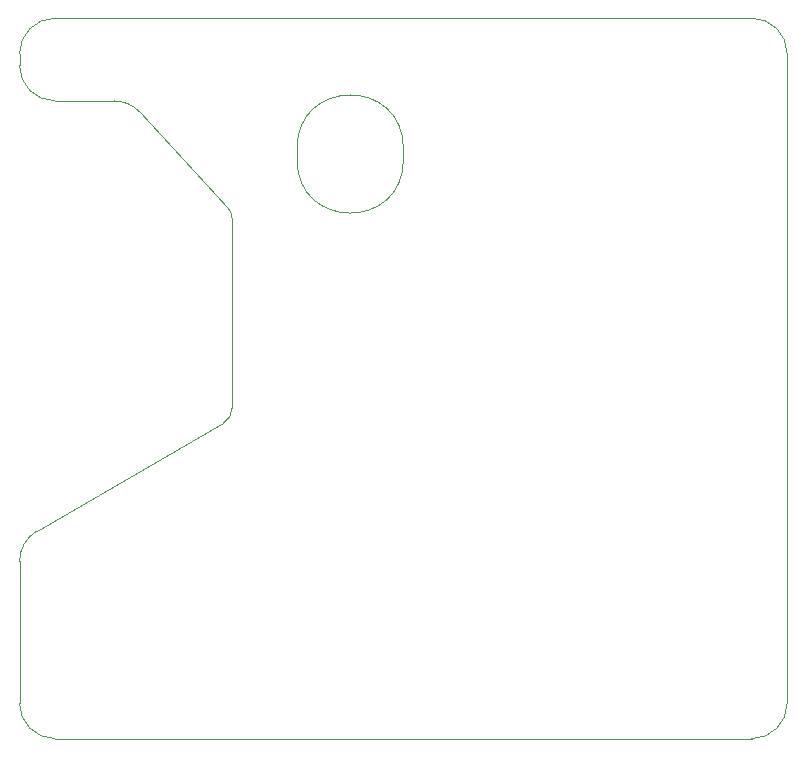
<source format=gbr>
G04 #@! TF.GenerationSoftware,KiCad,Pcbnew,(5.1.0-rc2-10-g13249b723)*
G04 #@! TF.CreationDate,2019-03-10T20:32:50+01:00*
G04 #@! TF.ProjectId,authbox-relay-driver,61757468-626f-4782-9d72-656c61792d64,rev?*
G04 #@! TF.SameCoordinates,Original*
G04 #@! TF.FileFunction,Profile,NP*
%FSLAX46Y46*%
G04 Gerber Fmt 4.6, Leading zero omitted, Abs format (unit mm)*
G04 Created by KiCad (PCBNEW (5.1.0-rc2-10-g13249b723)) date 2019-03-10 20:32:50*
%MOMM*%
%LPD*%
G04 APERTURE LIST*
%ADD10C,0.050000*%
G04 APERTURE END LIST*
D10*
X123754742Y-94635522D02*
G75*
G03X121550000Y-93670002I-2204742J-2034478D01*
G01*
X121550001Y-93670001D02*
X116550000Y-93670000D01*
X123754742Y-94635522D02*
X131152372Y-102652760D01*
X113550000Y-132663267D02*
X113550000Y-138670000D01*
X130800000Y-120969038D02*
X115050000Y-130065191D01*
X116550000Y-93670000D02*
G75*
G02X113550000Y-90670000I0J3000000D01*
G01*
X115050000Y-130065191D02*
G75*
G03X113550000Y-132663267I1500000J-2598076D01*
G01*
X131550000Y-119670000D02*
G75*
G02X130800000Y-120969038I-1500000J0D01*
G01*
X131152372Y-102652760D02*
G75*
G02X131550000Y-103670000I-1102372J-1017240D01*
G01*
X131550000Y-103670000D02*
X131550001Y-119670000D01*
X146050000Y-97670000D02*
X146050000Y-98670000D01*
X137050000Y-97670000D02*
X137050000Y-98670000D01*
X146050000Y-98670000D02*
G75*
G02X137050000Y-98670000I-4500000J0D01*
G01*
X137050000Y-97670000D02*
G75*
G02X146050000Y-97670000I4500000J0D01*
G01*
X113550000Y-138670000D02*
X113550000Y-144670000D01*
X116550000Y-147670000D02*
G75*
G02X113550000Y-144670000I0J3000000D01*
G01*
X178550000Y-144670000D02*
G75*
G02X175550000Y-147670000I-3000000J0D01*
G01*
X116550000Y-147670000D02*
X175550000Y-147670000D01*
X113550000Y-89670000D02*
X113550000Y-90670000D01*
X175550000Y-86670000D02*
G75*
G02X178550000Y-89670000I0J-3000000D01*
G01*
X113550000Y-89670000D02*
G75*
G02X116550000Y-86670000I3000000J0D01*
G01*
X175550000Y-86670000D02*
X116550000Y-86670000D01*
X178550000Y-144670000D02*
X178550000Y-89670000D01*
M02*

</source>
